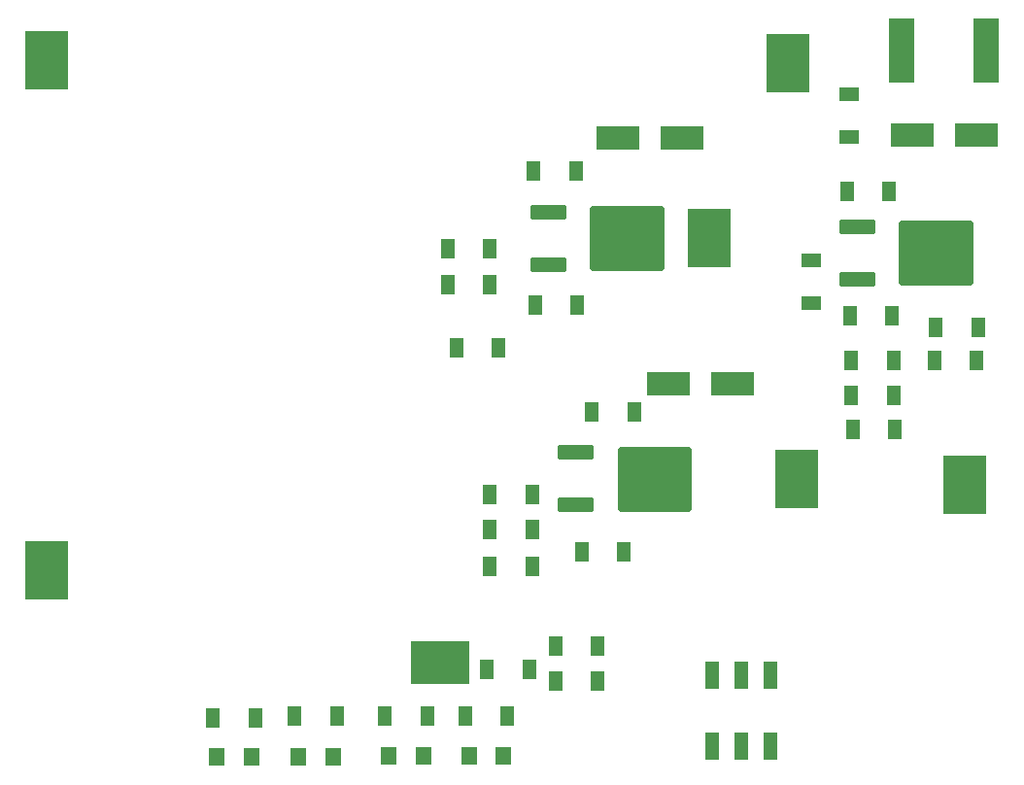
<source format=gbr>
G04 EAGLE Gerber RS-274X export*
G75*
%MOMM*%
%FSLAX34Y34*%
%LPD*%
%INSolderpaste Bottom*%
%IPPOS*%
%AMOC8*
5,1,8,0,0,1.08239X$1,22.5*%
G01*
%ADD10R,1.147000X2.408000*%
%ADD11R,3.810000X5.080000*%
%ADD12R,5.080000X3.810000*%
%ADD13R,3.754000X2.108000*%
%ADD14C,0.301000*%
%ADD15C,0.563000*%
%ADD16R,1.300000X1.800000*%
%ADD17R,1.800000X1.300000*%
%ADD18R,1.400000X1.600000*%
%ADD19R,2.300000X5.600000*%


D10*
X909320Y274880D03*
X909320Y212800D03*
X934720Y274880D03*
X934720Y212800D03*
X960120Y274880D03*
X960120Y212800D03*
D11*
X328930Y365760D03*
X328930Y810260D03*
D12*
X671830Y285750D03*
D11*
X1129030Y440690D03*
D13*
X1139250Y745490D03*
X1083250Y745490D03*
D14*
X1049615Y624275D02*
X1049615Y615245D01*
X1021645Y615245D01*
X1021645Y624275D01*
X1049615Y624275D01*
X1049615Y618104D02*
X1021645Y618104D01*
X1021645Y620963D02*
X1049615Y620963D01*
X1049615Y623822D02*
X1021645Y623822D01*
D15*
X1133555Y617285D02*
X1133555Y667955D01*
X1133555Y617285D02*
X1074705Y617285D01*
X1074705Y667955D01*
X1133555Y667955D01*
X1133555Y622633D02*
X1074705Y622633D01*
X1074705Y627981D02*
X1133555Y627981D01*
X1133555Y633329D02*
X1074705Y633329D01*
X1074705Y638677D02*
X1133555Y638677D01*
X1133555Y644025D02*
X1074705Y644025D01*
X1074705Y649373D02*
X1133555Y649373D01*
X1133555Y654721D02*
X1074705Y654721D01*
X1074705Y660069D02*
X1133555Y660069D01*
X1133555Y665417D02*
X1074705Y665417D01*
D14*
X1049615Y660965D02*
X1049615Y669995D01*
X1049615Y660965D02*
X1021645Y660965D01*
X1021645Y669995D01*
X1049615Y669995D01*
X1049615Y663824D02*
X1021645Y663824D01*
X1021645Y666683D02*
X1049615Y666683D01*
X1049615Y669542D02*
X1021645Y669542D01*
D16*
X1067520Y548640D03*
X1030520Y548640D03*
X1067520Y518160D03*
X1030520Y518160D03*
D17*
X995680Y598720D03*
X995680Y635720D03*
X1028700Y743500D03*
X1028700Y780500D03*
D16*
X1063710Y695960D03*
X1026710Y695960D03*
X1029250Y588010D03*
X1066250Y588010D03*
X1104180Y577850D03*
X1141180Y577850D03*
X1102910Y548640D03*
X1139910Y548640D03*
X1031790Y488950D03*
X1068790Y488950D03*
D18*
X548880Y203200D03*
X578880Y203200D03*
D16*
X582380Y238760D03*
X545380Y238760D03*
D19*
X1074250Y819150D03*
X1148250Y819150D03*
D18*
X627620Y204470D03*
X657620Y204470D03*
D16*
X661120Y238760D03*
X624120Y238760D03*
X713020Y279400D03*
X750020Y279400D03*
X772710Y299720D03*
X809710Y299720D03*
X809710Y269240D03*
X772710Y269240D03*
D11*
X975360Y807720D03*
D14*
X780375Y636975D02*
X780375Y627945D01*
X752405Y627945D01*
X752405Y636975D01*
X780375Y636975D01*
X780375Y630804D02*
X752405Y630804D01*
X752405Y633663D02*
X780375Y633663D01*
X780375Y636522D02*
X752405Y636522D01*
D15*
X864315Y629985D02*
X864315Y680655D01*
X864315Y629985D02*
X805465Y629985D01*
X805465Y680655D01*
X864315Y680655D01*
X864315Y635333D02*
X805465Y635333D01*
X805465Y640681D02*
X864315Y640681D01*
X864315Y646029D02*
X805465Y646029D01*
X805465Y651377D02*
X864315Y651377D01*
X864315Y656725D02*
X805465Y656725D01*
X805465Y662073D02*
X864315Y662073D01*
X864315Y667421D02*
X805465Y667421D01*
X805465Y672769D02*
X864315Y672769D01*
X864315Y678117D02*
X805465Y678117D01*
D14*
X780375Y673665D02*
X780375Y682695D01*
X780375Y673665D02*
X752405Y673665D01*
X752405Y682695D01*
X780375Y682695D01*
X780375Y676524D02*
X752405Y676524D01*
X752405Y679383D02*
X780375Y679383D01*
X780375Y682242D02*
X752405Y682242D01*
D13*
X882710Y742950D03*
X826710Y742950D03*
D16*
X790660Y713740D03*
X753660Y713740D03*
X754930Y596900D03*
X791930Y596900D03*
X686350Y560070D03*
X723350Y560070D03*
X715730Y614680D03*
X678730Y614680D03*
X678730Y646430D03*
X715730Y646430D03*
D18*
X477760Y203200D03*
X507760Y203200D03*
D16*
X511260Y237490D03*
X474260Y237490D03*
D14*
X804505Y418395D02*
X804505Y427425D01*
X804505Y418395D02*
X776535Y418395D01*
X776535Y427425D01*
X804505Y427425D01*
X804505Y421254D02*
X776535Y421254D01*
X776535Y424113D02*
X804505Y424113D01*
X804505Y426972D02*
X776535Y426972D01*
D15*
X888445Y420435D02*
X888445Y471105D01*
X888445Y420435D02*
X829595Y420435D01*
X829595Y471105D01*
X888445Y471105D01*
X888445Y425783D02*
X829595Y425783D01*
X829595Y431131D02*
X888445Y431131D01*
X888445Y436479D02*
X829595Y436479D01*
X829595Y441827D02*
X888445Y441827D01*
X888445Y447175D02*
X829595Y447175D01*
X829595Y452523D02*
X888445Y452523D01*
X888445Y457871D02*
X829595Y457871D01*
X829595Y463219D02*
X888445Y463219D01*
X888445Y468567D02*
X829595Y468567D01*
D14*
X804505Y464115D02*
X804505Y473145D01*
X804505Y464115D02*
X776535Y464115D01*
X776535Y473145D01*
X804505Y473145D01*
X804505Y466974D02*
X776535Y466974D01*
X776535Y469833D02*
X804505Y469833D01*
X804505Y472692D02*
X776535Y472692D01*
D13*
X927160Y528320D03*
X871160Y528320D03*
D16*
X841460Y504190D03*
X804460Y504190D03*
X795570Y382270D03*
X832570Y382270D03*
X715560Y369570D03*
X752560Y369570D03*
X752560Y401320D03*
X715560Y401320D03*
X715560Y431800D03*
X752560Y431800D03*
D18*
X697470Y204470D03*
X727470Y204470D03*
D16*
X730970Y238760D03*
X693970Y238760D03*
D11*
X906780Y655320D03*
X982980Y445770D03*
M02*

</source>
